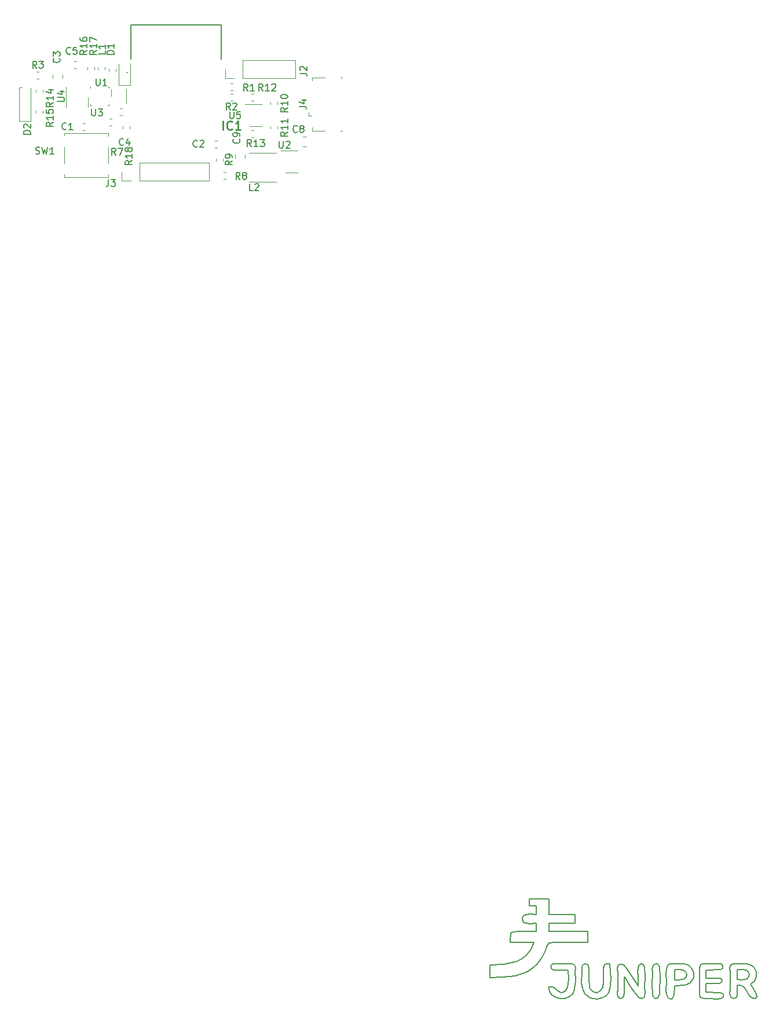
<source format=gbr>
G04 #@! TF.GenerationSoftware,KiCad,Pcbnew,(5.1.10)-1*
G04 #@! TF.CreationDate,2021-05-15T21:05:10-05:00*
G04 #@! TF.ProjectId,temp sensor,74656d70-2073-4656-9e73-6f722e6b6963,rev?*
G04 #@! TF.SameCoordinates,Original*
G04 #@! TF.FileFunction,Legend,Top*
G04 #@! TF.FilePolarity,Positive*
%FSLAX45Y45*%
G04 Gerber Fmt 4.5, Leading zero omitted, Abs format (unit mm)*
G04 Created by KiCad (PCBNEW (5.1.10)-1) date 2021-05-15 21:05:10*
%MOMM*%
%LPD*%
G01*
G04 APERTURE LIST*
%ADD10C,0.200000*%
%ADD11C,0.100000*%
%ADD12C,0.120000*%
%ADD13C,0.150000*%
%ADD14C,0.254000*%
G04 APERTURE END LIST*
D10*
X12262701Y-17848971D02*
X12450751Y-17845488D01*
X12262701Y-17662291D02*
X12262701Y-17848971D01*
X13125900Y-17342514D02*
X13207835Y-17329458D01*
X13023608Y-17555916D02*
X13073048Y-17453214D01*
X12450751Y-17845488D02*
X12634094Y-17822870D01*
X13091328Y-17392325D02*
X13125900Y-17342514D01*
X13073048Y-17453214D02*
X13091328Y-17392325D01*
X12804914Y-17762864D02*
X12883186Y-17713136D01*
X12955396Y-17647217D02*
X13023608Y-17555916D01*
X12883186Y-17713136D02*
X12955396Y-17647217D01*
X12634094Y-17822870D02*
X12804914Y-17762864D01*
X14127462Y-17711259D02*
X14129486Y-17789230D01*
X14219945Y-17666967D02*
X14193357Y-17652600D01*
X14136331Y-17673117D02*
X14127462Y-17711259D01*
X14129486Y-17789230D02*
X14129481Y-18020711D01*
X14193357Y-17652600D02*
X14161923Y-17651932D01*
X14135589Y-18128641D02*
X14152145Y-18146769D01*
X14127573Y-18075410D02*
X14135589Y-18128641D01*
X14129481Y-18020711D02*
X14127573Y-18075410D01*
X14428171Y-17968441D02*
X14260370Y-17714686D01*
X14161923Y-17651932D02*
X14136331Y-17673117D01*
X14260370Y-17714686D02*
X14219945Y-17666967D01*
X13182793Y-17649717D02*
X13150184Y-17673708D01*
X13497561Y-17663606D02*
X13461260Y-17647872D01*
X13150184Y-17673708D02*
X13155369Y-17717569D01*
X13975448Y-17647051D02*
X13936635Y-17659504D01*
X13936635Y-17659504D02*
X13918847Y-17710201D01*
X13155369Y-17717569D02*
X13196592Y-17736043D01*
X13225982Y-17647416D02*
X13182793Y-17649717D01*
X13461260Y-17647872D02*
X13420097Y-17647388D01*
X13196592Y-17736043D02*
X13405171Y-17736960D01*
X14017475Y-17647355D02*
X13975448Y-17647051D01*
X13420097Y-17647388D02*
X13225982Y-17647416D01*
X12553918Y-17333741D02*
X12904871Y-17333741D01*
X12864790Y-17433727D02*
X12807190Y-17511251D01*
X12735088Y-17569128D02*
X12651503Y-17610171D01*
X12807190Y-17511251D02*
X12735088Y-17569128D01*
X12934741Y-17057459D02*
X12934741Y-17176931D01*
X12934741Y-17176931D02*
X12665925Y-17176932D01*
X12665925Y-17176932D02*
X12566068Y-17193176D01*
X12461958Y-17653013D02*
X12262701Y-17662291D01*
X12651503Y-17610171D02*
X12461958Y-17653013D01*
X12566068Y-17193176D02*
X12553918Y-17333741D01*
X12904871Y-17333741D02*
X12864790Y-17433727D01*
X13225508Y-18141817D02*
X13290440Y-18157516D01*
X13357541Y-18153782D02*
X13419786Y-18130089D01*
X13509710Y-17759372D02*
X13510925Y-17709700D01*
X13513585Y-17890853D02*
X13509710Y-17759372D01*
X13501616Y-18020721D02*
X13513585Y-17890853D01*
X13130240Y-18054226D02*
X13169766Y-18107212D01*
X13419786Y-18130089D02*
X13470152Y-18085911D01*
X13290440Y-18157516D02*
X13357541Y-18153782D01*
X13510925Y-17709700D02*
X13497561Y-17663606D01*
X13169766Y-18107212D02*
X13225508Y-18141817D01*
X13470152Y-18085911D02*
X13501616Y-18020721D01*
X14175976Y-18152157D02*
X14217779Y-18128641D01*
X14653484Y-17659502D02*
X14635238Y-17713772D01*
X14635238Y-17713772D02*
X14637243Y-17774286D01*
X14217779Y-18128641D02*
X14229903Y-18057470D01*
X14229903Y-18057470D02*
X14226553Y-17983376D01*
X14152145Y-18146769D02*
X14175976Y-18152157D01*
X14672074Y-18151207D02*
X14720754Y-18142938D01*
X14639848Y-18116191D02*
X14672074Y-18151207D01*
X14630470Y-17946048D02*
X14639848Y-18116191D01*
X14637243Y-17774286D02*
X14630470Y-17946048D01*
X14226553Y-17983376D02*
X14226551Y-17841491D01*
X15876791Y-17878843D02*
X15876787Y-17878843D01*
X16044632Y-17836894D02*
X16017083Y-17865268D01*
X15948505Y-17880431D02*
X15876791Y-17878843D01*
X16017083Y-17865268D02*
X15948505Y-17880431D01*
X15122989Y-17765005D02*
X15136634Y-17800315D01*
X15781025Y-18134077D02*
X15822343Y-18153269D01*
X15772251Y-18020711D02*
X15769979Y-18078702D01*
X16118946Y-18028204D02*
X16070932Y-17946043D01*
X15772247Y-17766832D02*
X15772251Y-18020711D01*
X16159785Y-17762303D02*
X16119842Y-17696626D01*
X16129125Y-18153106D02*
X16154463Y-18146072D01*
X16019803Y-18054188D02*
X16043210Y-18100470D01*
X15864641Y-18134077D02*
X15876845Y-18093729D01*
X15033993Y-17887394D02*
X14958331Y-17886310D01*
X15793289Y-17656132D02*
X15776683Y-17677145D01*
X15876783Y-18050587D02*
X15876791Y-17960974D01*
X15837713Y-17646198D02*
X15793289Y-17656132D01*
X16008407Y-17649560D02*
X15884254Y-17647358D01*
X15961412Y-17973127D02*
X15995828Y-18008637D01*
X16070932Y-17946043D02*
X16128405Y-17897605D01*
X16052111Y-17800561D02*
X16044632Y-17836894D01*
X16040376Y-17765190D02*
X16052111Y-17800561D01*
X16010281Y-17739701D02*
X16040376Y-17765190D01*
X15944569Y-17727962D02*
X16010281Y-17739701D01*
X15876791Y-17729501D02*
X15944569Y-17727962D01*
X15876787Y-17878843D02*
X15876791Y-17729501D01*
X15105299Y-17868165D02*
X15033993Y-17887394D01*
X15776683Y-17677145D02*
X15770932Y-17707094D01*
X15091888Y-17739701D02*
X15122989Y-17765005D01*
X15026131Y-17727993D02*
X15091888Y-17739701D01*
X14958331Y-17729501D02*
X15026131Y-17727993D01*
X14958335Y-17886303D02*
X14958331Y-17729501D01*
X16067972Y-17663700D02*
X16008407Y-17649560D01*
X16154463Y-18146072D02*
X16163972Y-18122648D01*
X15769979Y-18078702D02*
X15781025Y-18134077D01*
X16075920Y-18138173D02*
X16129125Y-18153106D01*
X15770932Y-17707094D02*
X15772247Y-17766832D01*
X16146567Y-18073500D02*
X16118946Y-18028204D01*
X16128405Y-17897605D02*
X16160331Y-17832827D01*
X15920304Y-17961282D02*
X15961412Y-17973127D01*
X16119842Y-17696626D02*
X16067972Y-17663700D01*
X16043210Y-18100470D02*
X16075920Y-18138173D01*
X16160331Y-17832827D02*
X16159785Y-17762303D01*
X15995828Y-18008637D02*
X16019803Y-18054188D01*
X15876845Y-18093729D02*
X15876783Y-18050587D01*
X15884254Y-17647358D02*
X15837713Y-17646198D01*
X15822343Y-18153269D02*
X15864641Y-18134077D01*
X15131258Y-17837435D02*
X15105299Y-17868165D01*
X15136634Y-17800315D02*
X15131258Y-17837435D01*
X16163972Y-18122648D02*
X16146567Y-18073500D01*
X14487806Y-18155882D02*
X14519130Y-18128072D01*
X14448378Y-18143254D02*
X14487806Y-18155882D01*
X13994401Y-18072480D02*
X14025780Y-17977865D01*
X14025780Y-17977865D02*
X14035236Y-17863846D01*
X14035236Y-17863846D02*
X14017475Y-17647354D01*
X14386126Y-18080350D02*
X14448378Y-18143254D01*
X14323133Y-17983367D02*
X14386126Y-18080350D01*
X14226554Y-17841499D02*
X14234021Y-17841491D01*
X14234021Y-17841491D02*
X14323133Y-17983367D01*
X13964198Y-18109668D02*
X13994401Y-18072480D01*
X13923575Y-18136785D02*
X13964198Y-18109668D01*
X14525238Y-17998301D02*
X14531314Y-17841552D01*
X14528078Y-18064114D02*
X14525238Y-17998301D01*
X14424190Y-17752766D02*
X14428167Y-17834025D01*
X14522633Y-17686265D02*
X14507853Y-17661689D01*
X14428167Y-17834025D02*
X14428171Y-17968441D01*
X14481954Y-17649705D02*
X14454306Y-17652891D01*
X14519130Y-18128072D02*
X14528078Y-18064114D01*
X14434275Y-17673825D02*
X14424190Y-17752766D01*
X14454306Y-17652891D02*
X14434275Y-17673825D01*
X14507853Y-17661689D02*
X14481954Y-17649705D01*
X14531314Y-17841552D02*
X14522633Y-17686265D01*
X14958329Y-17968431D02*
X15115139Y-17961561D01*
X14741781Y-18028168D02*
X14748557Y-17856403D01*
X14748557Y-17856403D02*
X14739177Y-17686263D01*
X14739177Y-17686263D02*
X14704319Y-17650178D01*
X15192253Y-17922549D02*
X15239029Y-17853759D01*
X14742872Y-18089459D02*
X14741781Y-18028168D01*
X14720754Y-18142938D02*
X14742872Y-18089459D01*
X15115139Y-17961561D02*
X15192253Y-17922549D01*
X15245604Y-17772471D02*
X15202116Y-17695963D01*
X14704319Y-17650178D02*
X14653484Y-17659501D01*
X15239029Y-17853759D02*
X15245604Y-17772471D01*
X13398017Y-17990808D02*
X13362743Y-18047565D01*
X13334377Y-18064355D02*
X13300676Y-18068205D01*
X13362743Y-18047565D02*
X13334377Y-18064355D01*
X13409807Y-17864844D02*
X13398017Y-17990808D01*
X13405171Y-17736971D02*
X13409807Y-17864844D01*
X13300676Y-18068205D02*
X13247736Y-18038811D01*
X13113953Y-17983386D02*
X13130240Y-18054226D01*
X13160652Y-17983137D02*
X13113953Y-17983386D01*
X13204641Y-17995512D02*
X13160652Y-17983137D01*
X13247736Y-18038811D02*
X13204641Y-17995512D01*
X13824301Y-18160702D02*
X13923575Y-18136785D01*
X13723034Y-18144028D02*
X13824301Y-18160702D01*
X13680054Y-17652089D02*
X13645925Y-17650214D01*
X13646231Y-18086563D02*
X13723034Y-18144028D01*
X13614132Y-18013200D02*
X13646231Y-18086563D01*
X13606783Y-17759361D02*
X13603436Y-17928083D01*
X13608044Y-17694195D02*
X13606783Y-17759361D01*
X13645925Y-17650214D02*
X13619202Y-17665682D01*
X13603436Y-17928083D02*
X13614132Y-18013200D01*
X13619202Y-17665682D02*
X13608044Y-17694195D01*
X13699749Y-17669219D02*
X13680054Y-17652089D01*
X12744492Y-16955263D02*
X12738777Y-16990255D01*
X12744492Y-17025247D02*
X12761638Y-17048681D01*
X12846050Y-16918060D02*
X12761638Y-16931828D01*
X12738777Y-16990255D02*
X12744492Y-17025247D01*
X12761638Y-16931828D02*
X12744492Y-16955263D01*
X12934741Y-16923051D02*
X12846050Y-16918060D01*
X12934741Y-16796111D02*
X12934741Y-16923051D01*
X12837671Y-16699041D02*
X12837671Y-16796111D01*
X12837671Y-16796111D02*
X12934741Y-16796111D01*
X12761638Y-17048681D02*
X12846050Y-17062450D01*
X13711263Y-17729515D02*
X13699749Y-17669219D01*
X13827260Y-18066734D02*
X13782086Y-18060037D01*
X13706854Y-17861181D02*
X13711263Y-17729515D01*
X13744137Y-18033113D02*
X13720081Y-17990685D01*
X13872993Y-18048481D02*
X13827260Y-18066734D01*
X13782086Y-18060037D02*
X13744137Y-18033113D01*
X13911902Y-17992551D02*
X13872993Y-18048481D01*
X13918847Y-17710201D02*
X13920402Y-17766829D01*
X13920402Y-17766829D02*
X13924697Y-17917176D01*
X13924697Y-17917176D02*
X13911902Y-17992551D01*
X13720081Y-17990685D02*
X13706854Y-17861181D01*
X13696391Y-17176931D02*
X13128891Y-17176931D01*
X13207835Y-17329458D02*
X13293164Y-17333740D01*
X13502241Y-17057461D02*
X13502241Y-16923051D01*
X13696391Y-17333741D02*
X13696391Y-17176931D01*
X13128891Y-17176931D02*
X13128891Y-17057461D01*
X13128891Y-16699041D02*
X12837671Y-16699041D01*
X13128891Y-16923051D02*
X13128891Y-16699041D01*
X13293164Y-17333740D02*
X13696391Y-17333741D01*
X13128891Y-17057461D02*
X13502241Y-17057461D01*
X13502241Y-16923051D02*
X13128891Y-16923051D01*
X15375661Y-17647578D02*
X15340459Y-17659507D01*
X14951931Y-18101153D02*
X14958330Y-17968430D01*
X15665512Y-17714657D02*
X15668811Y-17673650D01*
X15628133Y-17860715D02*
X15592908Y-17856703D01*
X14841113Y-17718484D02*
X14838654Y-17784768D01*
X14844530Y-18099296D02*
X14867358Y-18142937D01*
X15629452Y-17735038D02*
X15665512Y-17714657D01*
X15614518Y-17936998D02*
X15648744Y-17919777D01*
X14838654Y-17784768D02*
X14846323Y-17908693D01*
X15413831Y-17647380D02*
X15375661Y-17647578D01*
X15653631Y-17882659D02*
X15628133Y-17860715D01*
X14846323Y-17908693D02*
X14839471Y-18032477D01*
X14919129Y-17645332D02*
X14884103Y-17650998D01*
X15668811Y-17673650D02*
X15639669Y-17650654D01*
X15101088Y-17651016D02*
X14988198Y-17647344D01*
X15202116Y-17695963D02*
X15154656Y-17665149D01*
X15154656Y-17665149D02*
X15101088Y-17651016D01*
X15421291Y-17736971D02*
X15629452Y-17735038D01*
X15592908Y-17856703D02*
X15421291Y-17856449D01*
X14925546Y-18154185D02*
X14951931Y-18101153D01*
X15876787Y-17960978D02*
X15920304Y-17961282D01*
X15676281Y-18128773D02*
X15671095Y-18084912D01*
X15639669Y-17650654D02*
X15600442Y-17647493D01*
X14858472Y-17668386D02*
X14841113Y-17718484D01*
X14901193Y-18159193D02*
X14925546Y-18154185D01*
X14884103Y-17650998D02*
X14858472Y-17668386D01*
X15324221Y-18035651D02*
X15322586Y-18088823D01*
X15324218Y-17766832D02*
X15324221Y-18035651D01*
X15600442Y-17647493D02*
X15413831Y-17647380D01*
X15421292Y-18065503D02*
X15421291Y-17938581D01*
X14867358Y-18142937D02*
X14901193Y-18159193D01*
X15629872Y-18066438D02*
X15421293Y-18065518D01*
X15671095Y-18084912D02*
X15629872Y-18066438D01*
X15394229Y-18157305D02*
X15458629Y-18155125D01*
X15322658Y-17710196D02*
X15324218Y-17766832D01*
X15648744Y-17919777D02*
X15653631Y-17882659D01*
X15421291Y-17938581D02*
X15614518Y-17936998D01*
X14839471Y-18032477D02*
X14844530Y-18099296D01*
X14988198Y-17647344D02*
X14919129Y-17645332D01*
X15421291Y-17856449D02*
X15421291Y-17736971D01*
X15640108Y-18154167D02*
X15676281Y-18128773D01*
X15576631Y-18160861D02*
X15640108Y-18154167D01*
X15458629Y-18155125D02*
X15576631Y-18160861D01*
X15336370Y-18138182D02*
X15394229Y-18157305D01*
X15340459Y-17659507D02*
X15322658Y-17710196D01*
X15322586Y-18088823D02*
X15336370Y-18138182D01*
X12846050Y-17062450D02*
X12934741Y-17057459D01*
D11*
G04 #@! TO.C,U3*
X6418200Y-5101700D02*
X6433200Y-5101700D01*
X6418200Y-5100700D02*
X6418200Y-5085700D01*
X6688200Y-5100700D02*
X6688200Y-5085700D01*
X6688200Y-5100700D02*
X6673200Y-5100700D01*
X6673200Y-4830700D02*
X6688200Y-4830700D01*
X6688200Y-4830700D02*
X6688200Y-4845700D01*
X6418200Y-4845700D02*
X6418200Y-4820700D01*
D12*
G04 #@! TO.C,J2*
X9416700Y-4705000D02*
X9416700Y-4439000D01*
X8648700Y-4705000D02*
X9416700Y-4705000D01*
X8648700Y-4439000D02*
X9416700Y-4439000D01*
X8648700Y-4705000D02*
X8648700Y-4439000D01*
X8521700Y-4705000D02*
X8388700Y-4705000D01*
X8388700Y-4705000D02*
X8388700Y-4572000D01*
G04 #@! TO.C,R8*
X8365722Y-6172400D02*
X8398278Y-6172400D01*
X8365722Y-6070400D02*
X8398278Y-6070400D01*
G04 #@! TO.C,C5*
X6213878Y-4559500D02*
X6181322Y-4559500D01*
X6213878Y-4457500D02*
X6181322Y-4457500D01*
G04 #@! TO.C,R9*
X8356800Y-5876522D02*
X8356800Y-5909078D01*
X8254800Y-5876522D02*
X8254800Y-5909078D01*
G04 #@! TO.C,C9*
X8539600Y-5867858D02*
X8539600Y-5816142D01*
X8681600Y-5867858D02*
X8681600Y-5816142D01*
G04 #@! TO.C,D2*
X5421000Y-4834000D02*
X5375000Y-4834000D01*
X5375000Y-4834000D02*
X5375000Y-5326000D01*
X5547000Y-4845000D02*
X5547000Y-5326000D01*
X5547000Y-5326000D02*
X5375000Y-5326000D01*
G04 #@! TO.C,C4*
X6854422Y-5143300D02*
X6886978Y-5143300D01*
X6854422Y-5245300D02*
X6886978Y-5245300D01*
G04 #@! TO.C,L1*
X6794700Y-4568422D02*
X6794700Y-4600978D01*
X6692700Y-4568422D02*
X6692700Y-4600978D01*
G04 #@! TO.C,R7*
X6734578Y-5397700D02*
X6702022Y-5397700D01*
X6734578Y-5295700D02*
X6702022Y-5295700D01*
G04 #@! TO.C,R10*
X9054900Y-5083578D02*
X9054900Y-5051022D01*
X9156900Y-5083578D02*
X9156900Y-5051022D01*
G04 #@! TO.C,R11*
X9156900Y-5439178D02*
X9156900Y-5406622D01*
X9054900Y-5439178D02*
X9054900Y-5406622D01*
G04 #@! TO.C,R12*
X8804678Y-4927400D02*
X8772122Y-4927400D01*
X8804678Y-5029400D02*
X8772122Y-5029400D01*
G04 #@! TO.C,R13*
X8804678Y-5562800D02*
X8772122Y-5562800D01*
X8804678Y-5460800D02*
X8772122Y-5460800D01*
G04 #@! TO.C,U2*
X9269900Y-6079200D02*
X9449900Y-6079200D01*
X9449900Y-5757200D02*
X9204900Y-5757200D01*
G04 #@! TO.C,U4*
X6384000Y-4978400D02*
X6384000Y-5128400D01*
X6062000Y-4828400D02*
X6062000Y-5128400D01*
G04 #@! TO.C,U5*
X8749200Y-5406100D02*
X8929200Y-5406100D01*
X8929200Y-5084100D02*
X8684200Y-5084100D01*
G04 #@! TO.C,R1*
X8467322Y-4775000D02*
X8499878Y-4775000D01*
X8467322Y-4877000D02*
X8499878Y-4877000D01*
D10*
G04 #@! TO.C,IC1*
X6950800Y-4619800D02*
X6950800Y-4619800D01*
X6960800Y-4619800D02*
X6960800Y-4619800D01*
X6950800Y-4619800D02*
X6950800Y-4619800D01*
X8330800Y-4419800D02*
X8330800Y-3919800D01*
X8330800Y-4419800D02*
X8330800Y-4419800D01*
X8330800Y-3919800D02*
X8330800Y-4419800D01*
X8330800Y-3919800D02*
X8330800Y-3919800D01*
X7010800Y-3919800D02*
X7010800Y-3919800D01*
X8330800Y-3919800D02*
X7010800Y-3919800D01*
X8330800Y-3919800D02*
X8330800Y-3919800D01*
X7010800Y-3919800D02*
X8330800Y-3919800D01*
X7010800Y-3919800D02*
X7010800Y-4419800D01*
X7010800Y-3919800D02*
X7010800Y-3919800D01*
X7010800Y-4419800D02*
X7010800Y-3919800D01*
X7010800Y-4419800D02*
X7010800Y-4419800D01*
X6960800Y-4619800D02*
G75*
G02*
X6950800Y-4619800I-5000J0D01*
G01*
X6950800Y-4619800D02*
G75*
G02*
X6960800Y-4619800I5000J0D01*
G01*
X6960800Y-4619800D02*
G75*
G02*
X6950800Y-4619800I-5000J0D01*
G01*
D12*
G04 #@! TO.C,J3*
X8159400Y-6203600D02*
X8159400Y-5937600D01*
X7137400Y-6203600D02*
X8159400Y-6203600D01*
X7137400Y-5937600D02*
X8159400Y-5937600D01*
X7137400Y-6203600D02*
X7137400Y-5937600D01*
X7010400Y-6203600D02*
X6877400Y-6203600D01*
X6877400Y-6203600D02*
X6877400Y-6070600D01*
G04 #@! TO.C,J4*
X9663750Y-5470000D02*
X9663750Y-5425000D01*
X9848750Y-5470000D02*
X9663750Y-5470000D01*
X10103750Y-4690000D02*
X10078750Y-4690000D01*
X10103750Y-5470000D02*
X10078750Y-5470000D01*
X9848750Y-4690000D02*
X9663750Y-4690000D01*
X9663750Y-4690000D02*
X9663750Y-4735000D01*
X9608750Y-5250000D02*
X9608750Y-5205000D01*
X9608750Y-5250000D02*
X9653750Y-5250000D01*
G04 #@! TO.C,R2*
X8467322Y-4927400D02*
X8499878Y-4927400D01*
X8467322Y-5029400D02*
X8499878Y-5029400D01*
G04 #@! TO.C,R3*
X5667778Y-4609900D02*
X5635222Y-4609900D01*
X5667778Y-4711900D02*
X5635222Y-4711900D01*
G04 #@! TO.C,R14*
X5727900Y-4873222D02*
X5727900Y-4905778D01*
X5625900Y-4873222D02*
X5625900Y-4905778D01*
G04 #@! TO.C,R15*
X5727900Y-5210578D02*
X5727900Y-5178022D01*
X5625900Y-5210578D02*
X5625900Y-5178022D01*
G04 #@! TO.C,C8*
X9524542Y-5697100D02*
X9576258Y-5697100D01*
X9524542Y-5555100D02*
X9576258Y-5555100D01*
G04 #@! TO.C,L2*
X9140800Y-6217100D02*
X8740800Y-6217100D01*
X9140800Y-5797100D02*
X8740800Y-5797100D01*
G04 #@! TO.C,U1*
X6721600Y-4965700D02*
X6721600Y-4865700D01*
X6943600Y-5065700D02*
X6943600Y-4865700D01*
G04 #@! TO.C,C1*
X6340878Y-5359200D02*
X6308322Y-5359200D01*
X6340878Y-5461200D02*
X6308322Y-5461200D01*
G04 #@! TO.C,R16*
X6477200Y-4575578D02*
X6477200Y-4543022D01*
X6375200Y-4575578D02*
X6375200Y-4543022D01*
G04 #@! TO.C,R17*
X6527600Y-4575578D02*
X6527600Y-4543022D01*
X6629600Y-4575578D02*
X6629600Y-4543022D01*
G04 #@! TO.C,SW1*
X6683700Y-5549300D02*
X6683700Y-5508300D01*
X6683700Y-5508300D02*
X6041700Y-5508300D01*
X6041700Y-5508300D02*
X6041700Y-5536300D01*
X6041700Y-5709300D02*
X6041700Y-5949300D01*
X6041700Y-6109300D02*
X6041700Y-6150300D01*
X6041700Y-6150300D02*
X6683700Y-6150300D01*
X6683700Y-6150300D02*
X6683700Y-6109300D01*
X6683700Y-5949300D02*
X6683700Y-5709300D01*
G04 #@! TO.C,C3*
X5872600Y-4699458D02*
X5872600Y-4647742D01*
X6014600Y-4699458D02*
X6014600Y-4647742D01*
G04 #@! TO.C,D1*
X6836500Y-4802100D02*
X7006500Y-4802100D01*
X7006500Y-4802100D02*
X7006500Y-4487100D01*
X6836500Y-4802100D02*
X6836500Y-4487100D01*
G04 #@! TO.C,C2*
X8238722Y-5613200D02*
X8271278Y-5613200D01*
X8238722Y-5715200D02*
X8271278Y-5715200D01*
G04 #@! TO.C,R18*
X6997900Y-5406622D02*
X6997900Y-5439178D01*
X6895900Y-5406622D02*
X6895900Y-5439178D01*
G04 #@! TO.C,U3*
D13*
X6438909Y-5152238D02*
X6438909Y-5233190D01*
X6443671Y-5242714D01*
X6448433Y-5247476D01*
X6457957Y-5252238D01*
X6477005Y-5252238D01*
X6486528Y-5247476D01*
X6491290Y-5242714D01*
X6496052Y-5233190D01*
X6496052Y-5152238D01*
X6534148Y-5152238D02*
X6596052Y-5152238D01*
X6562719Y-5190333D01*
X6577005Y-5190333D01*
X6586528Y-5195095D01*
X6591290Y-5199857D01*
X6596052Y-5209381D01*
X6596052Y-5233190D01*
X6591290Y-5242714D01*
X6586528Y-5247476D01*
X6577005Y-5252238D01*
X6548433Y-5252238D01*
X6538909Y-5247476D01*
X6534148Y-5242714D01*
G04 #@! TO.C,J2*
X9483738Y-4631033D02*
X9555167Y-4631033D01*
X9569452Y-4635795D01*
X9578976Y-4645319D01*
X9583738Y-4659605D01*
X9583738Y-4669129D01*
X9493262Y-4588176D02*
X9488500Y-4583414D01*
X9483738Y-4573890D01*
X9483738Y-4550081D01*
X9488500Y-4540557D01*
X9493262Y-4535795D01*
X9502786Y-4531033D01*
X9512310Y-4531033D01*
X9526595Y-4535795D01*
X9583738Y-4592938D01*
X9583738Y-4531033D01*
G04 #@! TO.C,R8*
X8606633Y-6179338D02*
X8573300Y-6131719D01*
X8549490Y-6179338D02*
X8549490Y-6079338D01*
X8587586Y-6079338D01*
X8597110Y-6084100D01*
X8601871Y-6088862D01*
X8606633Y-6098386D01*
X8606633Y-6112671D01*
X8601871Y-6122195D01*
X8597110Y-6126957D01*
X8587586Y-6131719D01*
X8549490Y-6131719D01*
X8663776Y-6122195D02*
X8654252Y-6117433D01*
X8649490Y-6112671D01*
X8644729Y-6103148D01*
X8644729Y-6098386D01*
X8649490Y-6088862D01*
X8654252Y-6084100D01*
X8663776Y-6079338D01*
X8682824Y-6079338D01*
X8692348Y-6084100D01*
X8697110Y-6088862D01*
X8701871Y-6098386D01*
X8701871Y-6103148D01*
X8697110Y-6112671D01*
X8692348Y-6117433D01*
X8682824Y-6122195D01*
X8663776Y-6122195D01*
X8654252Y-6126957D01*
X8649490Y-6131719D01*
X8644729Y-6141243D01*
X8644729Y-6160290D01*
X8649490Y-6169814D01*
X8654252Y-6174576D01*
X8663776Y-6179338D01*
X8682824Y-6179338D01*
X8692348Y-6174576D01*
X8697110Y-6169814D01*
X8701871Y-6160290D01*
X8701871Y-6141243D01*
X8697110Y-6131719D01*
X8692348Y-6126957D01*
X8682824Y-6122195D01*
G04 #@! TO.C,C5*
X6130133Y-4341014D02*
X6125371Y-4345776D01*
X6111086Y-4350538D01*
X6101562Y-4350538D01*
X6087276Y-4345776D01*
X6077752Y-4336252D01*
X6072990Y-4326729D01*
X6068228Y-4307681D01*
X6068228Y-4293395D01*
X6072990Y-4274348D01*
X6077752Y-4264824D01*
X6087276Y-4255300D01*
X6101562Y-4250538D01*
X6111086Y-4250538D01*
X6125371Y-4255300D01*
X6130133Y-4260062D01*
X6220609Y-4250538D02*
X6172990Y-4250538D01*
X6168228Y-4298157D01*
X6172990Y-4293395D01*
X6182514Y-4288633D01*
X6206324Y-4288633D01*
X6215848Y-4293395D01*
X6220609Y-4298157D01*
X6225371Y-4307681D01*
X6225371Y-4331490D01*
X6220609Y-4341014D01*
X6215848Y-4345776D01*
X6206324Y-4350538D01*
X6182514Y-4350538D01*
X6172990Y-4345776D01*
X6168228Y-4341014D01*
G04 #@! TO.C,R9*
X8494038Y-5909467D02*
X8446419Y-5942800D01*
X8494038Y-5966609D02*
X8394038Y-5966609D01*
X8394038Y-5928514D01*
X8398800Y-5918990D01*
X8403562Y-5914228D01*
X8413086Y-5909467D01*
X8427371Y-5909467D01*
X8436895Y-5914228D01*
X8441657Y-5918990D01*
X8446419Y-5928514D01*
X8446419Y-5966609D01*
X8494038Y-5861848D02*
X8494038Y-5842800D01*
X8489276Y-5833276D01*
X8484514Y-5828514D01*
X8470229Y-5818990D01*
X8451181Y-5814228D01*
X8413086Y-5814228D01*
X8403562Y-5818990D01*
X8398800Y-5823752D01*
X8394038Y-5833276D01*
X8394038Y-5852324D01*
X8398800Y-5861848D01*
X8403562Y-5866609D01*
X8413086Y-5871371D01*
X8436895Y-5871371D01*
X8446419Y-5866609D01*
X8451181Y-5861848D01*
X8455943Y-5852324D01*
X8455943Y-5833276D01*
X8451181Y-5823752D01*
X8446419Y-5818990D01*
X8436895Y-5814228D01*
G04 #@! TO.C,C9*
X8595514Y-5591967D02*
X8600276Y-5596728D01*
X8605038Y-5611014D01*
X8605038Y-5620538D01*
X8600276Y-5634824D01*
X8590752Y-5644348D01*
X8581229Y-5649109D01*
X8562181Y-5653871D01*
X8547895Y-5653871D01*
X8528848Y-5649109D01*
X8519324Y-5644348D01*
X8509800Y-5634824D01*
X8505038Y-5620538D01*
X8505038Y-5611014D01*
X8509800Y-5596728D01*
X8514562Y-5591967D01*
X8605038Y-5544348D02*
X8605038Y-5525300D01*
X8600276Y-5515776D01*
X8595514Y-5511014D01*
X8581229Y-5501490D01*
X8562181Y-5496729D01*
X8524086Y-5496729D01*
X8514562Y-5501490D01*
X8509800Y-5506252D01*
X8505038Y-5515776D01*
X8505038Y-5534824D01*
X8509800Y-5544348D01*
X8514562Y-5549110D01*
X8524086Y-5553871D01*
X8547895Y-5553871D01*
X8557419Y-5549110D01*
X8562181Y-5544348D01*
X8566943Y-5534824D01*
X8566943Y-5515776D01*
X8562181Y-5506252D01*
X8557419Y-5501490D01*
X8547895Y-5496729D01*
G04 #@! TO.C,D2*
X5544338Y-5522110D02*
X5444338Y-5522110D01*
X5444338Y-5498300D01*
X5449100Y-5484014D01*
X5458624Y-5474490D01*
X5468148Y-5469729D01*
X5487195Y-5464967D01*
X5501481Y-5464967D01*
X5520529Y-5469729D01*
X5530052Y-5474490D01*
X5539576Y-5484014D01*
X5544338Y-5498300D01*
X5544338Y-5522110D01*
X5453862Y-5426871D02*
X5449100Y-5422110D01*
X5444338Y-5412586D01*
X5444338Y-5388776D01*
X5449100Y-5379252D01*
X5453862Y-5374490D01*
X5463386Y-5369729D01*
X5472910Y-5369729D01*
X5487195Y-5374490D01*
X5544338Y-5431633D01*
X5544338Y-5369729D01*
G04 #@! TO.C,C4*
X6904833Y-5674514D02*
X6900071Y-5679276D01*
X6885786Y-5684038D01*
X6876262Y-5684038D01*
X6861976Y-5679276D01*
X6852452Y-5669752D01*
X6847690Y-5660228D01*
X6842928Y-5641181D01*
X6842928Y-5626895D01*
X6847690Y-5607848D01*
X6852452Y-5598324D01*
X6861976Y-5588800D01*
X6876262Y-5584038D01*
X6885786Y-5584038D01*
X6900071Y-5588800D01*
X6904833Y-5593562D01*
X6990548Y-5617371D02*
X6990548Y-5684038D01*
X6966738Y-5579276D02*
X6942928Y-5650705D01*
X7004833Y-5650705D01*
G04 #@! TO.C,L1*
X6636538Y-4296567D02*
X6636538Y-4344186D01*
X6536538Y-4344186D01*
X6636538Y-4210852D02*
X6636538Y-4267995D01*
X6636538Y-4239424D02*
X6536538Y-4239424D01*
X6550824Y-4248948D01*
X6560348Y-4258471D01*
X6565109Y-4267995D01*
G04 #@! TO.C,R7*
X6790533Y-5823738D02*
X6757200Y-5776119D01*
X6733390Y-5823738D02*
X6733390Y-5723738D01*
X6771486Y-5723738D01*
X6781009Y-5728500D01*
X6785771Y-5733262D01*
X6790533Y-5742786D01*
X6790533Y-5757071D01*
X6785771Y-5766595D01*
X6781009Y-5771357D01*
X6771486Y-5776119D01*
X6733390Y-5776119D01*
X6823867Y-5723738D02*
X6890533Y-5723738D01*
X6847676Y-5823738D01*
G04 #@! TO.C,R10*
X9303538Y-5131586D02*
X9255919Y-5164919D01*
X9303538Y-5188729D02*
X9203538Y-5188729D01*
X9203538Y-5150633D01*
X9208300Y-5141110D01*
X9213062Y-5136348D01*
X9222586Y-5131586D01*
X9236871Y-5131586D01*
X9246395Y-5136348D01*
X9251157Y-5141110D01*
X9255919Y-5150633D01*
X9255919Y-5188729D01*
X9303538Y-5036348D02*
X9303538Y-5093490D01*
X9303538Y-5064919D02*
X9203538Y-5064919D01*
X9217824Y-5074443D01*
X9227348Y-5083967D01*
X9232110Y-5093490D01*
X9203538Y-4974443D02*
X9203538Y-4964919D01*
X9208300Y-4955395D01*
X9213062Y-4950633D01*
X9222586Y-4945871D01*
X9241633Y-4941110D01*
X9265443Y-4941110D01*
X9284490Y-4945871D01*
X9294014Y-4950633D01*
X9298776Y-4955395D01*
X9303538Y-4964919D01*
X9303538Y-4974443D01*
X9298776Y-4983967D01*
X9294014Y-4988729D01*
X9284490Y-4993490D01*
X9265443Y-4998252D01*
X9241633Y-4998252D01*
X9222586Y-4993490D01*
X9213062Y-4988729D01*
X9208300Y-4983967D01*
X9203538Y-4974443D01*
G04 #@! TO.C,R11*
X9303538Y-5487186D02*
X9255919Y-5520519D01*
X9303538Y-5544329D02*
X9203538Y-5544329D01*
X9203538Y-5506233D01*
X9208300Y-5496710D01*
X9213062Y-5491948D01*
X9222586Y-5487186D01*
X9236871Y-5487186D01*
X9246395Y-5491948D01*
X9251157Y-5496710D01*
X9255919Y-5506233D01*
X9255919Y-5544329D01*
X9303538Y-5391948D02*
X9303538Y-5449090D01*
X9303538Y-5420519D02*
X9203538Y-5420519D01*
X9217824Y-5430043D01*
X9227348Y-5439567D01*
X9232110Y-5449090D01*
X9303538Y-5296710D02*
X9303538Y-5353852D01*
X9303538Y-5325281D02*
X9203538Y-5325281D01*
X9217824Y-5334805D01*
X9227348Y-5344329D01*
X9232110Y-5353852D01*
G04 #@! TO.C,R12*
X8940014Y-4883938D02*
X8906681Y-4836319D01*
X8882871Y-4883938D02*
X8882871Y-4783938D01*
X8920967Y-4783938D01*
X8930490Y-4788700D01*
X8935252Y-4793462D01*
X8940014Y-4802986D01*
X8940014Y-4817271D01*
X8935252Y-4826795D01*
X8930490Y-4831557D01*
X8920967Y-4836319D01*
X8882871Y-4836319D01*
X9035252Y-4883938D02*
X8978110Y-4883938D01*
X9006681Y-4883938D02*
X9006681Y-4783938D01*
X8997157Y-4798224D01*
X8987633Y-4807748D01*
X8978110Y-4812510D01*
X9073348Y-4793462D02*
X9078110Y-4788700D01*
X9087633Y-4783938D01*
X9111443Y-4783938D01*
X9120967Y-4788700D01*
X9125729Y-4793462D01*
X9130490Y-4802986D01*
X9130490Y-4812510D01*
X9125729Y-4826795D01*
X9068586Y-4883938D01*
X9130490Y-4883938D01*
G04 #@! TO.C,R13*
X8774914Y-5700038D02*
X8741581Y-5652419D01*
X8717771Y-5700038D02*
X8717771Y-5600038D01*
X8755867Y-5600038D01*
X8765390Y-5604800D01*
X8770152Y-5609562D01*
X8774914Y-5619086D01*
X8774914Y-5633371D01*
X8770152Y-5642895D01*
X8765390Y-5647657D01*
X8755867Y-5652419D01*
X8717771Y-5652419D01*
X8870152Y-5700038D02*
X8813010Y-5700038D01*
X8841581Y-5700038D02*
X8841581Y-5600038D01*
X8832057Y-5614324D01*
X8822533Y-5623848D01*
X8813010Y-5628609D01*
X8903486Y-5600038D02*
X8965390Y-5600038D01*
X8932057Y-5638133D01*
X8946343Y-5638133D01*
X8955867Y-5642895D01*
X8960629Y-5647657D01*
X8965390Y-5657181D01*
X8965390Y-5680990D01*
X8960629Y-5690514D01*
X8955867Y-5695276D01*
X8946343Y-5700038D01*
X8917771Y-5700038D01*
X8908248Y-5695276D01*
X8903486Y-5690514D01*
G04 #@! TO.C,U2*
X9182110Y-5622138D02*
X9182110Y-5703090D01*
X9186871Y-5712614D01*
X9191633Y-5717376D01*
X9201157Y-5722138D01*
X9220205Y-5722138D01*
X9229729Y-5717376D01*
X9234490Y-5712614D01*
X9239252Y-5703090D01*
X9239252Y-5622138D01*
X9282110Y-5631662D02*
X9286871Y-5626900D01*
X9296395Y-5622138D01*
X9320205Y-5622138D01*
X9329729Y-5626900D01*
X9334490Y-5631662D01*
X9339252Y-5641186D01*
X9339252Y-5650709D01*
X9334490Y-5664995D01*
X9277348Y-5722138D01*
X9339252Y-5722138D01*
G04 #@! TO.C,U4*
X5939638Y-5041890D02*
X6020590Y-5041890D01*
X6030114Y-5037129D01*
X6034876Y-5032367D01*
X6039638Y-5022843D01*
X6039638Y-5003795D01*
X6034876Y-4994271D01*
X6030114Y-4989510D01*
X6020590Y-4984748D01*
X5939638Y-4984748D01*
X5972971Y-4894271D02*
X6039638Y-4894271D01*
X5934876Y-4918081D02*
X6006305Y-4941890D01*
X6006305Y-4879986D01*
G04 #@! TO.C,U5*
X8458210Y-5190338D02*
X8458210Y-5271290D01*
X8462971Y-5280814D01*
X8467733Y-5285576D01*
X8477257Y-5290338D01*
X8496305Y-5290338D01*
X8505829Y-5285576D01*
X8510590Y-5280814D01*
X8515352Y-5271290D01*
X8515352Y-5190338D01*
X8610590Y-5190338D02*
X8562971Y-5190338D01*
X8558210Y-5237957D01*
X8562971Y-5233195D01*
X8572495Y-5228433D01*
X8596305Y-5228433D01*
X8605829Y-5233195D01*
X8610590Y-5237957D01*
X8615352Y-5247481D01*
X8615352Y-5271290D01*
X8610590Y-5280814D01*
X8605829Y-5285576D01*
X8596305Y-5290338D01*
X8572495Y-5290338D01*
X8562971Y-5285576D01*
X8558210Y-5280814D01*
G04 #@! TO.C,R1*
X8720933Y-4883938D02*
X8687600Y-4836319D01*
X8663790Y-4883938D02*
X8663790Y-4783938D01*
X8701886Y-4783938D01*
X8711410Y-4788700D01*
X8716171Y-4793462D01*
X8720933Y-4802986D01*
X8720933Y-4817271D01*
X8716171Y-4826795D01*
X8711410Y-4831557D01*
X8701886Y-4836319D01*
X8663790Y-4836319D01*
X8816171Y-4883938D02*
X8759029Y-4883938D01*
X8787600Y-4883938D02*
X8787600Y-4783938D01*
X8778076Y-4798224D01*
X8768552Y-4807748D01*
X8759029Y-4812510D01*
G04 #@! TO.C,IC1*
D14*
X8359624Y-5454952D02*
X8359624Y-5327952D01*
X8492671Y-5442857D02*
X8486624Y-5448905D01*
X8468481Y-5454952D01*
X8456386Y-5454952D01*
X8438243Y-5448905D01*
X8426148Y-5436810D01*
X8420100Y-5424714D01*
X8414052Y-5400524D01*
X8414052Y-5382381D01*
X8420100Y-5358190D01*
X8426148Y-5346095D01*
X8438243Y-5334000D01*
X8456386Y-5327952D01*
X8468481Y-5327952D01*
X8486624Y-5334000D01*
X8492671Y-5340048D01*
X8613624Y-5454952D02*
X8541052Y-5454952D01*
X8577338Y-5454952D02*
X8577338Y-5327952D01*
X8565243Y-5346095D01*
X8553148Y-5358190D01*
X8541052Y-5364238D01*
G04 #@! TO.C,J3*
D13*
X6684967Y-6180938D02*
X6684967Y-6252367D01*
X6680205Y-6266652D01*
X6670681Y-6276176D01*
X6656395Y-6280938D01*
X6646871Y-6280938D01*
X6723062Y-6180938D02*
X6784967Y-6180938D01*
X6751633Y-6219033D01*
X6765919Y-6219033D01*
X6775443Y-6223795D01*
X6780205Y-6228557D01*
X6784967Y-6238081D01*
X6784967Y-6261890D01*
X6780205Y-6271414D01*
X6775443Y-6276176D01*
X6765919Y-6280938D01*
X6737348Y-6280938D01*
X6727824Y-6276176D01*
X6723062Y-6271414D01*
G04 #@! TO.C,J4*
X9473988Y-5113333D02*
X9545417Y-5113333D01*
X9559702Y-5118095D01*
X9569226Y-5127619D01*
X9573988Y-5141905D01*
X9573988Y-5151429D01*
X9507321Y-5022857D02*
X9573988Y-5022857D01*
X9469226Y-5046667D02*
X9540655Y-5070476D01*
X9540655Y-5008571D01*
G04 #@! TO.C,R2*
X8466933Y-5163338D02*
X8433600Y-5115719D01*
X8409790Y-5163338D02*
X8409790Y-5063338D01*
X8447886Y-5063338D01*
X8457410Y-5068100D01*
X8462171Y-5072862D01*
X8466933Y-5082386D01*
X8466933Y-5096671D01*
X8462171Y-5106195D01*
X8457410Y-5110957D01*
X8447886Y-5115719D01*
X8409790Y-5115719D01*
X8505029Y-5072862D02*
X8509790Y-5068100D01*
X8519314Y-5063338D01*
X8543124Y-5063338D01*
X8552648Y-5068100D01*
X8557410Y-5072862D01*
X8562171Y-5082386D01*
X8562171Y-5091910D01*
X8557410Y-5106195D01*
X8500267Y-5163338D01*
X8562171Y-5163338D01*
G04 #@! TO.C,R3*
X5634833Y-4553738D02*
X5601500Y-4506119D01*
X5577690Y-4553738D02*
X5577690Y-4453738D01*
X5615786Y-4453738D01*
X5625309Y-4458500D01*
X5630071Y-4463262D01*
X5634833Y-4472786D01*
X5634833Y-4487071D01*
X5630071Y-4496595D01*
X5625309Y-4501357D01*
X5615786Y-4506119D01*
X5577690Y-4506119D01*
X5668167Y-4453738D02*
X5730071Y-4453738D01*
X5696738Y-4491833D01*
X5711024Y-4491833D01*
X5720548Y-4496595D01*
X5725309Y-4501357D01*
X5730071Y-4510881D01*
X5730071Y-4534690D01*
X5725309Y-4544214D01*
X5720548Y-4548976D01*
X5711024Y-4553738D01*
X5682452Y-4553738D01*
X5672928Y-4548976D01*
X5668167Y-4544214D01*
G04 #@! TO.C,R14*
X5874538Y-5055386D02*
X5826919Y-5088719D01*
X5874538Y-5112529D02*
X5774538Y-5112529D01*
X5774538Y-5074433D01*
X5779300Y-5064910D01*
X5784062Y-5060148D01*
X5793586Y-5055386D01*
X5807871Y-5055386D01*
X5817395Y-5060148D01*
X5822157Y-5064910D01*
X5826919Y-5074433D01*
X5826919Y-5112529D01*
X5874538Y-4960148D02*
X5874538Y-5017290D01*
X5874538Y-4988719D02*
X5774538Y-4988719D01*
X5788824Y-4998243D01*
X5798348Y-5007767D01*
X5803109Y-5017290D01*
X5807871Y-4874433D02*
X5874538Y-4874433D01*
X5769776Y-4898243D02*
X5841205Y-4922052D01*
X5841205Y-4860148D01*
G04 #@! TO.C,R15*
X5874538Y-5347486D02*
X5826919Y-5380819D01*
X5874538Y-5404629D02*
X5774538Y-5404629D01*
X5774538Y-5366533D01*
X5779300Y-5357010D01*
X5784062Y-5352248D01*
X5793586Y-5347486D01*
X5807871Y-5347486D01*
X5817395Y-5352248D01*
X5822157Y-5357010D01*
X5826919Y-5366533D01*
X5826919Y-5404629D01*
X5874538Y-5252248D02*
X5874538Y-5309390D01*
X5874538Y-5280819D02*
X5774538Y-5280819D01*
X5788824Y-5290343D01*
X5798348Y-5299867D01*
X5803109Y-5309390D01*
X5774538Y-5161771D02*
X5774538Y-5209390D01*
X5822157Y-5214152D01*
X5817395Y-5209390D01*
X5812633Y-5199867D01*
X5812633Y-5176057D01*
X5817395Y-5166533D01*
X5822157Y-5161771D01*
X5831681Y-5157010D01*
X5855490Y-5157010D01*
X5865014Y-5161771D01*
X5869776Y-5166533D01*
X5874538Y-5176057D01*
X5874538Y-5199867D01*
X5869776Y-5209390D01*
X5865014Y-5214152D01*
G04 #@! TO.C,C8*
X9444833Y-5484014D02*
X9440071Y-5488776D01*
X9425786Y-5493538D01*
X9416262Y-5493538D01*
X9401976Y-5488776D01*
X9392452Y-5479252D01*
X9387690Y-5469729D01*
X9382929Y-5450681D01*
X9382929Y-5436395D01*
X9387690Y-5417348D01*
X9392452Y-5407824D01*
X9401976Y-5398300D01*
X9416262Y-5393538D01*
X9425786Y-5393538D01*
X9440071Y-5398300D01*
X9444833Y-5403062D01*
X9501976Y-5436395D02*
X9492452Y-5431633D01*
X9487690Y-5426871D01*
X9482929Y-5417348D01*
X9482929Y-5412586D01*
X9487690Y-5403062D01*
X9492452Y-5398300D01*
X9501976Y-5393538D01*
X9521024Y-5393538D01*
X9530548Y-5398300D01*
X9535310Y-5403062D01*
X9540071Y-5412586D01*
X9540071Y-5417348D01*
X9535310Y-5426871D01*
X9530548Y-5431633D01*
X9521024Y-5436395D01*
X9501976Y-5436395D01*
X9492452Y-5441157D01*
X9487690Y-5445919D01*
X9482929Y-5455443D01*
X9482929Y-5474490D01*
X9487690Y-5484014D01*
X9492452Y-5488776D01*
X9501976Y-5493538D01*
X9521024Y-5493538D01*
X9530548Y-5488776D01*
X9535310Y-5484014D01*
X9540071Y-5474490D01*
X9540071Y-5455443D01*
X9535310Y-5445919D01*
X9530548Y-5441157D01*
X9521024Y-5436395D01*
G04 #@! TO.C,L2*
X8797133Y-6344438D02*
X8749514Y-6344438D01*
X8749514Y-6244438D01*
X8825705Y-6253962D02*
X8830467Y-6249200D01*
X8839990Y-6244438D01*
X8863800Y-6244438D01*
X8873324Y-6249200D01*
X8878086Y-6253962D01*
X8882848Y-6263486D01*
X8882848Y-6273009D01*
X8878086Y-6287295D01*
X8820943Y-6344438D01*
X8882848Y-6344438D01*
G04 #@! TO.C,U1*
X6502409Y-4707738D02*
X6502409Y-4788690D01*
X6507171Y-4798214D01*
X6511933Y-4802976D01*
X6521457Y-4807738D01*
X6540505Y-4807738D01*
X6550028Y-4802976D01*
X6554790Y-4798214D01*
X6559552Y-4788690D01*
X6559552Y-4707738D01*
X6659552Y-4807738D02*
X6602409Y-4807738D01*
X6630981Y-4807738D02*
X6630981Y-4707738D01*
X6621457Y-4722024D01*
X6611933Y-4731548D01*
X6602409Y-4736310D01*
G04 #@! TO.C,C1*
X6066633Y-5445914D02*
X6061871Y-5450676D01*
X6047586Y-5455438D01*
X6038062Y-5455438D01*
X6023776Y-5450676D01*
X6014252Y-5441152D01*
X6009490Y-5431629D01*
X6004728Y-5412581D01*
X6004728Y-5398295D01*
X6009490Y-5379248D01*
X6014252Y-5369724D01*
X6023776Y-5360200D01*
X6038062Y-5355438D01*
X6047586Y-5355438D01*
X6061871Y-5360200D01*
X6066633Y-5364962D01*
X6161871Y-5455438D02*
X6104728Y-5455438D01*
X6133300Y-5455438D02*
X6133300Y-5355438D01*
X6123776Y-5369724D01*
X6114252Y-5379248D01*
X6104728Y-5384010D01*
G04 #@! TO.C,R16*
X6369838Y-4293386D02*
X6322219Y-4326719D01*
X6369838Y-4350529D02*
X6269838Y-4350529D01*
X6269838Y-4312433D01*
X6274600Y-4302910D01*
X6279362Y-4298148D01*
X6288886Y-4293386D01*
X6303171Y-4293386D01*
X6312695Y-4298148D01*
X6317457Y-4302910D01*
X6322219Y-4312433D01*
X6322219Y-4350529D01*
X6369838Y-4198148D02*
X6369838Y-4255290D01*
X6369838Y-4226719D02*
X6269838Y-4226719D01*
X6284124Y-4236243D01*
X6293648Y-4245767D01*
X6298409Y-4255290D01*
X6269838Y-4112433D02*
X6269838Y-4131481D01*
X6274600Y-4141005D01*
X6279362Y-4145767D01*
X6293648Y-4155290D01*
X6312695Y-4160052D01*
X6350790Y-4160052D01*
X6360314Y-4155290D01*
X6365076Y-4150528D01*
X6369838Y-4141005D01*
X6369838Y-4121957D01*
X6365076Y-4112433D01*
X6360314Y-4107671D01*
X6350790Y-4102909D01*
X6326981Y-4102909D01*
X6317457Y-4107671D01*
X6312695Y-4112433D01*
X6307933Y-4121957D01*
X6307933Y-4141005D01*
X6312695Y-4150528D01*
X6317457Y-4155290D01*
X6326981Y-4160052D01*
G04 #@! TO.C,R17*
X6509538Y-4293386D02*
X6461919Y-4326719D01*
X6509538Y-4350529D02*
X6409538Y-4350529D01*
X6409538Y-4312433D01*
X6414300Y-4302910D01*
X6419062Y-4298148D01*
X6428586Y-4293386D01*
X6442871Y-4293386D01*
X6452395Y-4298148D01*
X6457157Y-4302910D01*
X6461919Y-4312433D01*
X6461919Y-4350529D01*
X6509538Y-4198148D02*
X6509538Y-4255290D01*
X6509538Y-4226719D02*
X6409538Y-4226719D01*
X6423824Y-4236243D01*
X6433348Y-4245767D01*
X6438109Y-4255290D01*
X6409538Y-4164814D02*
X6409538Y-4098148D01*
X6509538Y-4141005D01*
G04 #@! TO.C,SW1*
X5619767Y-5806276D02*
X5634052Y-5811038D01*
X5657862Y-5811038D01*
X5667386Y-5806276D01*
X5672148Y-5801514D01*
X5676909Y-5791990D01*
X5676909Y-5782467D01*
X5672148Y-5772943D01*
X5667386Y-5768181D01*
X5657862Y-5763419D01*
X5638814Y-5758657D01*
X5629290Y-5753895D01*
X5624528Y-5749133D01*
X5619767Y-5739609D01*
X5619767Y-5730086D01*
X5624528Y-5720562D01*
X5629290Y-5715800D01*
X5638814Y-5711038D01*
X5662624Y-5711038D01*
X5676909Y-5715800D01*
X5710243Y-5711038D02*
X5734052Y-5811038D01*
X5753100Y-5739609D01*
X5772148Y-5811038D01*
X5795957Y-5711038D01*
X5886433Y-5811038D02*
X5829290Y-5811038D01*
X5857862Y-5811038D02*
X5857862Y-5711038D01*
X5848338Y-5725324D01*
X5838814Y-5734848D01*
X5829290Y-5739609D01*
G04 #@! TO.C,C3*
X5966614Y-4410867D02*
X5971376Y-4415629D01*
X5976138Y-4429914D01*
X5976138Y-4439438D01*
X5971376Y-4453724D01*
X5961852Y-4463248D01*
X5952328Y-4468010D01*
X5933281Y-4472771D01*
X5918995Y-4472771D01*
X5899948Y-4468010D01*
X5890424Y-4463248D01*
X5880900Y-4453724D01*
X5876138Y-4439438D01*
X5876138Y-4429914D01*
X5880900Y-4415629D01*
X5885662Y-4410867D01*
X5876138Y-4377533D02*
X5876138Y-4315629D01*
X5914233Y-4348962D01*
X5914233Y-4334676D01*
X5918995Y-4325152D01*
X5923757Y-4320390D01*
X5933281Y-4315629D01*
X5957090Y-4315629D01*
X5966614Y-4320390D01*
X5971376Y-4325152D01*
X5976138Y-4334676D01*
X5976138Y-4363248D01*
X5971376Y-4372771D01*
X5966614Y-4377533D01*
G04 #@! TO.C,D1*
X6763538Y-4353710D02*
X6663538Y-4353710D01*
X6663538Y-4329900D01*
X6668300Y-4315614D01*
X6677824Y-4306090D01*
X6687348Y-4301329D01*
X6706395Y-4296567D01*
X6720681Y-4296567D01*
X6739728Y-4301329D01*
X6749252Y-4306090D01*
X6758776Y-4315614D01*
X6763538Y-4329900D01*
X6763538Y-4353710D01*
X6763538Y-4201329D02*
X6763538Y-4258471D01*
X6763538Y-4229900D02*
X6663538Y-4229900D01*
X6677824Y-4239424D01*
X6687348Y-4248948D01*
X6692109Y-4258471D01*
G04 #@! TO.C,C2*
X7984333Y-5699914D02*
X7979571Y-5704676D01*
X7965286Y-5709438D01*
X7955762Y-5709438D01*
X7941476Y-5704676D01*
X7931952Y-5695152D01*
X7927190Y-5685628D01*
X7922428Y-5666581D01*
X7922428Y-5652295D01*
X7927190Y-5633248D01*
X7931952Y-5623724D01*
X7941476Y-5614200D01*
X7955762Y-5609438D01*
X7965286Y-5609438D01*
X7979571Y-5614200D01*
X7984333Y-5618962D01*
X8022428Y-5618962D02*
X8027190Y-5614200D01*
X8036714Y-5609438D01*
X8060524Y-5609438D01*
X8070048Y-5614200D01*
X8074809Y-5618962D01*
X8079571Y-5628486D01*
X8079571Y-5638009D01*
X8074809Y-5652295D01*
X8017667Y-5709438D01*
X8079571Y-5709438D01*
G04 #@! TO.C,R18*
X7030238Y-5906286D02*
X6982619Y-5939619D01*
X7030238Y-5963428D02*
X6930238Y-5963428D01*
X6930238Y-5925333D01*
X6935000Y-5915809D01*
X6939762Y-5911048D01*
X6949286Y-5906286D01*
X6963571Y-5906286D01*
X6973095Y-5911048D01*
X6977857Y-5915809D01*
X6982619Y-5925333D01*
X6982619Y-5963428D01*
X7030238Y-5811048D02*
X7030238Y-5868190D01*
X7030238Y-5839619D02*
X6930238Y-5839619D01*
X6944524Y-5849143D01*
X6954048Y-5858667D01*
X6958809Y-5868190D01*
X6973095Y-5753905D02*
X6968333Y-5763428D01*
X6963571Y-5768190D01*
X6954048Y-5772952D01*
X6949286Y-5772952D01*
X6939762Y-5768190D01*
X6935000Y-5763428D01*
X6930238Y-5753905D01*
X6930238Y-5734857D01*
X6935000Y-5725333D01*
X6939762Y-5720571D01*
X6949286Y-5715809D01*
X6954048Y-5715809D01*
X6963571Y-5720571D01*
X6968333Y-5725333D01*
X6973095Y-5734857D01*
X6973095Y-5753905D01*
X6977857Y-5763428D01*
X6982619Y-5768190D01*
X6992143Y-5772952D01*
X7011190Y-5772952D01*
X7020714Y-5768190D01*
X7025476Y-5763428D01*
X7030238Y-5753905D01*
X7030238Y-5734857D01*
X7025476Y-5725333D01*
X7020714Y-5720571D01*
X7011190Y-5715809D01*
X6992143Y-5715809D01*
X6982619Y-5720571D01*
X6977857Y-5725333D01*
X6973095Y-5734857D01*
G04 #@! TD*
M02*

</source>
